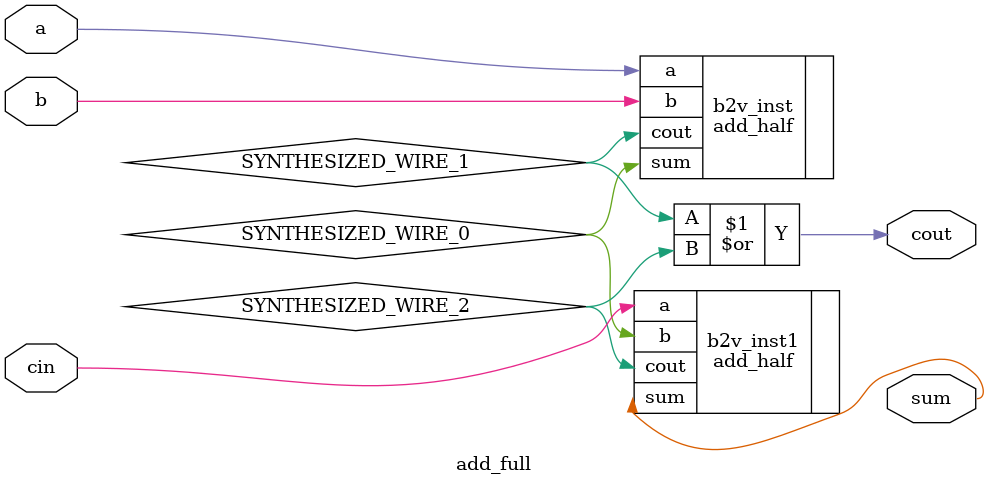
<source format=v>

module add_full(
	cin,
	a,
	b,
	sum,
	cout
);

input	cin;
input	a;
input	b;
output	sum;
output	cout;

wire	SYNTHESIZED_WIRE_0;
wire	SYNTHESIZED_WIRE_1;
wire	SYNTHESIZED_WIRE_2;





add_half	b2v_inst(.a(a),
.b(b),.sum(SYNTHESIZED_WIRE_0),.cout(SYNTHESIZED_WIRE_1));

add_half	b2v_inst1(.a(cin),
.b(SYNTHESIZED_WIRE_0),.sum(sum),.cout(SYNTHESIZED_WIRE_2));
assign	cout = SYNTHESIZED_WIRE_1 | SYNTHESIZED_WIRE_2;


endmodule

</source>
